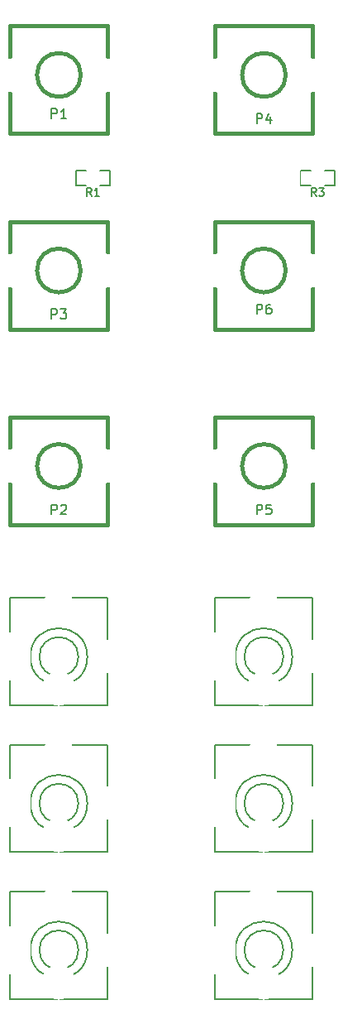
<source format=gto>
%FSLAX46Y46*%
G04 Gerber Fmt 4.6, Leading zero omitted, Abs format (unit mm)*
G04 Created by KiCad (PCBNEW (2014-09-02 BZR 5112)-product) date 2015-04-07 11:50:48 AM*
%MOMM*%
G01*
G04 APERTURE LIST*
%ADD10C,0.150000*%
%ADD11C,0.127000*%
%ADD12C,0.381000*%
%ADD13C,0.152400*%
%ADD14R,1.143000X1.397000*%
%ADD15O,3.500000X5.000000*%
%ADD16O,2.000000X3.500000*%
%ADD17O,3.500000X3.500000*%
%ADD18R,1.998980X1.998980*%
%ADD19C,1.998980*%
%ADD20O,2.500000X3.500000*%
%ADD21C,1.750000*%
%ADD22R,1.400000X1.400000*%
%ADD23C,1.400000*%
G04 APERTURE END LIST*
D10*
D11*
X240211200Y-121738000D02*
X241227200Y-121738000D01*
X241227200Y-121738000D02*
X241227200Y-123262000D01*
X241227200Y-123262000D02*
X240211200Y-123262000D01*
X238788800Y-123262000D02*
X237772800Y-123262000D01*
X237772800Y-123262000D02*
X237772800Y-121738000D01*
X237772800Y-121738000D02*
X238788800Y-121738000D01*
X217211200Y-121738000D02*
X218227200Y-121738000D01*
X218227200Y-121738000D02*
X218227200Y-123262000D01*
X218227200Y-123262000D02*
X217211200Y-123262000D01*
X215788800Y-123262000D02*
X214772800Y-123262000D01*
X214772800Y-123262000D02*
X214772800Y-121738000D01*
X214772800Y-121738000D02*
X215788800Y-121738000D01*
D10*
X236915476Y-186500000D02*
G75*
G03X236915476Y-186500000I-2915476J0D01*
G74*
G01*
X239000000Y-191500000D02*
X229000000Y-191500000D01*
X229000000Y-191500000D02*
X229000000Y-180500000D01*
X229000000Y-180500000D02*
X239000000Y-180500000D01*
X239000000Y-180500000D02*
X239000000Y-191500000D01*
X236000000Y-186500000D02*
G75*
G03X236000000Y-186500000I-2000000J0D01*
G74*
G01*
X215915476Y-186500000D02*
G75*
G03X215915476Y-186500000I-2915476J0D01*
G74*
G01*
X218000000Y-191500000D02*
X208000000Y-191500000D01*
X208000000Y-191500000D02*
X208000000Y-180500000D01*
X208000000Y-180500000D02*
X218000000Y-180500000D01*
X218000000Y-180500000D02*
X218000000Y-191500000D01*
X215000000Y-186500000D02*
G75*
G03X215000000Y-186500000I-2000000J0D01*
G74*
G01*
X236915476Y-201500000D02*
G75*
G03X236915476Y-201500000I-2915476J0D01*
G74*
G01*
X239000000Y-206500000D02*
X229000000Y-206500000D01*
X229000000Y-206500000D02*
X229000000Y-195500000D01*
X229000000Y-195500000D02*
X239000000Y-195500000D01*
X239000000Y-195500000D02*
X239000000Y-206500000D01*
X236000000Y-201500000D02*
G75*
G03X236000000Y-201500000I-2000000J0D01*
G74*
G01*
X215915476Y-201500000D02*
G75*
G03X215915476Y-201500000I-2915476J0D01*
G74*
G01*
X218000000Y-206500000D02*
X208000000Y-206500000D01*
X208000000Y-206500000D02*
X208000000Y-195500000D01*
X208000000Y-195500000D02*
X218000000Y-195500000D01*
X218000000Y-195500000D02*
X218000000Y-206500000D01*
X215000000Y-201500000D02*
G75*
G03X215000000Y-201500000I-2000000J0D01*
G74*
G01*
X215915476Y-171500000D02*
G75*
G03X215915476Y-171500000I-2915476J0D01*
G74*
G01*
X218000000Y-176500000D02*
X208000000Y-176500000D01*
X208000000Y-176500000D02*
X208000000Y-165500000D01*
X208000000Y-165500000D02*
X218000000Y-165500000D01*
X218000000Y-165500000D02*
X218000000Y-176500000D01*
X215000000Y-171500000D02*
G75*
G03X215000000Y-171500000I-2000000J0D01*
G74*
G01*
X236915476Y-171500000D02*
G75*
G03X236915476Y-171500000I-2915476J0D01*
G74*
G01*
X239000000Y-176500000D02*
X229000000Y-176500000D01*
X229000000Y-176500000D02*
X229000000Y-165500000D01*
X229000000Y-165500000D02*
X239000000Y-165500000D01*
X239000000Y-165500000D02*
X239000000Y-176500000D01*
X236000000Y-171500000D02*
G75*
G03X236000000Y-171500000I-2000000J0D01*
G74*
G01*
D12*
X236236068Y-152000000D02*
G75*
G03X236236068Y-152000000I-2236068J0D01*
G74*
G01*
X229000000Y-152000000D02*
X229000000Y-147000000D01*
X229000000Y-147000000D02*
X239000000Y-147000000D01*
X239000000Y-147000000D02*
X239000000Y-158000000D01*
X239000000Y-158000000D02*
X229000000Y-158000000D01*
X229000000Y-158000000D02*
X229000000Y-152000000D01*
X215236068Y-112000000D02*
G75*
G03X215236068Y-112000000I-2236068J0D01*
G74*
G01*
X208000000Y-112000000D02*
X208000000Y-107000000D01*
X208000000Y-107000000D02*
X218000000Y-107000000D01*
X218000000Y-107000000D02*
X218000000Y-118000000D01*
X218000000Y-118000000D02*
X208000000Y-118000000D01*
X208000000Y-118000000D02*
X208000000Y-112000000D01*
X215236068Y-132000000D02*
G75*
G03X215236068Y-132000000I-2236068J0D01*
G74*
G01*
X208000000Y-132000000D02*
X208000000Y-127000000D01*
X208000000Y-127000000D02*
X218000000Y-127000000D01*
X218000000Y-127000000D02*
X218000000Y-138000000D01*
X218000000Y-138000000D02*
X208000000Y-138000000D01*
X208000000Y-138000000D02*
X208000000Y-132000000D01*
X215236068Y-152000000D02*
G75*
G03X215236068Y-152000000I-2236068J0D01*
G74*
G01*
X208000000Y-152000000D02*
X208000000Y-147000000D01*
X208000000Y-147000000D02*
X218000000Y-147000000D01*
X218000000Y-147000000D02*
X218000000Y-158000000D01*
X218000000Y-158000000D02*
X208000000Y-158000000D01*
X208000000Y-158000000D02*
X208000000Y-152000000D01*
X236236068Y-132000000D02*
G75*
G03X236236068Y-132000000I-2236068J0D01*
G74*
G01*
X229000000Y-132000000D02*
X229000000Y-127000000D01*
X229000000Y-127000000D02*
X239000000Y-127000000D01*
X239000000Y-127000000D02*
X239000000Y-138000000D01*
X239000000Y-138000000D02*
X229000000Y-138000000D01*
X229000000Y-138000000D02*
X229000000Y-132000000D01*
X236236068Y-112000000D02*
G75*
G03X236236068Y-112000000I-2236068J0D01*
G74*
G01*
X229000000Y-112000000D02*
X229000000Y-107000000D01*
X229000000Y-107000000D02*
X239000000Y-107000000D01*
X239000000Y-107000000D02*
X239000000Y-118000000D01*
X239000000Y-118000000D02*
X229000000Y-118000000D01*
X229000000Y-118000000D02*
X229000000Y-112000000D01*
D13*
X239364534Y-124367695D02*
X239093601Y-123980648D01*
X238900077Y-124367695D02*
X238900077Y-123554895D01*
X239209715Y-123554895D01*
X239287124Y-123593600D01*
X239325829Y-123632305D01*
X239364534Y-123709714D01*
X239364534Y-123825829D01*
X239325829Y-123903238D01*
X239287124Y-123941943D01*
X239209715Y-123980648D01*
X238900077Y-123980648D01*
X239635467Y-123554895D02*
X240138629Y-123554895D01*
X239867696Y-123864533D01*
X239983810Y-123864533D01*
X240061220Y-123903238D01*
X240099924Y-123941943D01*
X240138629Y-124019352D01*
X240138629Y-124212876D01*
X240099924Y-124290286D01*
X240061220Y-124328990D01*
X239983810Y-124367695D01*
X239751582Y-124367695D01*
X239674172Y-124328990D01*
X239635467Y-124290286D01*
X216364534Y-124367695D02*
X216093601Y-123980648D01*
X215900077Y-124367695D02*
X215900077Y-123554895D01*
X216209715Y-123554895D01*
X216287124Y-123593600D01*
X216325829Y-123632305D01*
X216364534Y-123709714D01*
X216364534Y-123825829D01*
X216325829Y-123903238D01*
X216287124Y-123941943D01*
X216209715Y-123980648D01*
X215900077Y-123980648D01*
X217138629Y-124367695D02*
X216674172Y-124367695D01*
X216906401Y-124367695D02*
X216906401Y-123554895D01*
X216828991Y-123671010D01*
X216751582Y-123748419D01*
X216674172Y-123787124D01*
D10*
X233261905Y-156952381D02*
X233261905Y-155952381D01*
X233642858Y-155952381D01*
X233738096Y-156000000D01*
X233785715Y-156047619D01*
X233833334Y-156142857D01*
X233833334Y-156285714D01*
X233785715Y-156380952D01*
X233738096Y-156428571D01*
X233642858Y-156476190D01*
X233261905Y-156476190D01*
X234738096Y-155952381D02*
X234261905Y-155952381D01*
X234214286Y-156428571D01*
X234261905Y-156380952D01*
X234357143Y-156333333D01*
X234595239Y-156333333D01*
X234690477Y-156380952D01*
X234738096Y-156428571D01*
X234785715Y-156523810D01*
X234785715Y-156761905D01*
X234738096Y-156857143D01*
X234690477Y-156904762D01*
X234595239Y-156952381D01*
X234357143Y-156952381D01*
X234261905Y-156904762D01*
X234214286Y-156857143D01*
X212261905Y-116452381D02*
X212261905Y-115452381D01*
X212642858Y-115452381D01*
X212738096Y-115500000D01*
X212785715Y-115547619D01*
X212833334Y-115642857D01*
X212833334Y-115785714D01*
X212785715Y-115880952D01*
X212738096Y-115928571D01*
X212642858Y-115976190D01*
X212261905Y-115976190D01*
X213785715Y-116452381D02*
X213214286Y-116452381D01*
X213500000Y-116452381D02*
X213500000Y-115452381D01*
X213404762Y-115595238D01*
X213309524Y-115690476D01*
X213214286Y-115738095D01*
X212261905Y-136952381D02*
X212261905Y-135952381D01*
X212642858Y-135952381D01*
X212738096Y-136000000D01*
X212785715Y-136047619D01*
X212833334Y-136142857D01*
X212833334Y-136285714D01*
X212785715Y-136380952D01*
X212738096Y-136428571D01*
X212642858Y-136476190D01*
X212261905Y-136476190D01*
X213166667Y-135952381D02*
X213785715Y-135952381D01*
X213452381Y-136333333D01*
X213595239Y-136333333D01*
X213690477Y-136380952D01*
X213738096Y-136428571D01*
X213785715Y-136523810D01*
X213785715Y-136761905D01*
X213738096Y-136857143D01*
X213690477Y-136904762D01*
X213595239Y-136952381D01*
X213309524Y-136952381D01*
X213214286Y-136904762D01*
X213166667Y-136857143D01*
X212261905Y-156952381D02*
X212261905Y-155952381D01*
X212642858Y-155952381D01*
X212738096Y-156000000D01*
X212785715Y-156047619D01*
X212833334Y-156142857D01*
X212833334Y-156285714D01*
X212785715Y-156380952D01*
X212738096Y-156428571D01*
X212642858Y-156476190D01*
X212261905Y-156476190D01*
X213214286Y-156047619D02*
X213261905Y-156000000D01*
X213357143Y-155952381D01*
X213595239Y-155952381D01*
X213690477Y-156000000D01*
X213738096Y-156047619D01*
X213785715Y-156142857D01*
X213785715Y-156238095D01*
X213738096Y-156380952D01*
X213166667Y-156952381D01*
X213785715Y-156952381D01*
X233261905Y-136452381D02*
X233261905Y-135452381D01*
X233642858Y-135452381D01*
X233738096Y-135500000D01*
X233785715Y-135547619D01*
X233833334Y-135642857D01*
X233833334Y-135785714D01*
X233785715Y-135880952D01*
X233738096Y-135928571D01*
X233642858Y-135976190D01*
X233261905Y-135976190D01*
X234690477Y-135452381D02*
X234500000Y-135452381D01*
X234404762Y-135500000D01*
X234357143Y-135547619D01*
X234261905Y-135690476D01*
X234214286Y-135880952D01*
X234214286Y-136261905D01*
X234261905Y-136357143D01*
X234309524Y-136404762D01*
X234404762Y-136452381D01*
X234595239Y-136452381D01*
X234690477Y-136404762D01*
X234738096Y-136357143D01*
X234785715Y-136261905D01*
X234785715Y-136023810D01*
X234738096Y-135928571D01*
X234690477Y-135880952D01*
X234595239Y-135833333D01*
X234404762Y-135833333D01*
X234309524Y-135880952D01*
X234261905Y-135928571D01*
X234214286Y-136023810D01*
X233261905Y-116952381D02*
X233261905Y-115952381D01*
X233642858Y-115952381D01*
X233738096Y-116000000D01*
X233785715Y-116047619D01*
X233833334Y-116142857D01*
X233833334Y-116285714D01*
X233785715Y-116380952D01*
X233738096Y-116428571D01*
X233642858Y-116476190D01*
X233261905Y-116476190D01*
X234690477Y-116285714D02*
X234690477Y-116952381D01*
X234452381Y-115904762D02*
X234214286Y-116619048D01*
X234833334Y-116619048D01*
%LPC*%
D14*
X240579500Y-122500000D03*
X238420500Y-122500000D03*
X217579500Y-122500000D03*
X215420500Y-122500000D03*
D15*
X229300000Y-186500000D03*
D16*
X238700000Y-186500000D03*
D17*
X234000000Y-181600000D03*
X234000000Y-189800000D03*
D15*
X208300000Y-186500000D03*
D16*
X217700000Y-186500000D03*
D17*
X213000000Y-181600000D03*
X213000000Y-189800000D03*
D15*
X229300000Y-201500000D03*
D16*
X238700000Y-201500000D03*
D17*
X234000000Y-196600000D03*
X234000000Y-204800000D03*
D15*
X208300000Y-201500000D03*
D16*
X217700000Y-201500000D03*
D17*
X213000000Y-196600000D03*
X213000000Y-204800000D03*
D15*
X208300000Y-171500000D03*
D16*
X217700000Y-171500000D03*
D17*
X213000000Y-166600000D03*
X213000000Y-174800000D03*
D15*
X229300000Y-171500000D03*
D16*
X238700000Y-171500000D03*
D17*
X234000000Y-166600000D03*
X234000000Y-174800000D03*
D18*
X224000000Y-177970000D03*
D19*
X224000000Y-175430000D03*
X224000000Y-172890000D03*
X224000000Y-170350000D03*
X224000000Y-167810000D03*
X224000000Y-165270000D03*
X224000000Y-162730000D03*
X224000000Y-160190000D03*
X224000000Y-157650000D03*
X224000000Y-155110000D03*
X224000000Y-152570000D03*
X224000000Y-150030000D03*
X224770000Y-123040000D03*
X224770000Y-120500000D03*
X224770000Y-125580000D03*
X224770000Y-117960000D03*
D18*
X224770000Y-115420000D03*
D19*
X222230000Y-115420000D03*
X222230000Y-117960000D03*
X222230000Y-120500000D03*
X222230000Y-123040000D03*
X222230000Y-125580000D03*
D20*
X238800000Y-152000000D03*
X229200000Y-152000000D03*
D21*
X236500000Y-159500000D03*
X234000000Y-159500000D03*
X231500000Y-159500000D03*
D20*
X217800000Y-112000000D03*
X208200000Y-112000000D03*
D21*
X215500000Y-119500000D03*
X213000000Y-119500000D03*
X210500000Y-119500000D03*
D20*
X217800000Y-132000000D03*
X208200000Y-132000000D03*
D21*
X215500000Y-139500000D03*
X213000000Y-139500000D03*
X210500000Y-139500000D03*
D20*
X217800000Y-152000000D03*
X208200000Y-152000000D03*
D21*
X215500000Y-159500000D03*
X213000000Y-159500000D03*
X210500000Y-159500000D03*
D20*
X238800000Y-132000000D03*
X229200000Y-132000000D03*
D21*
X236500000Y-139500000D03*
X234000000Y-139500000D03*
X231500000Y-139500000D03*
D20*
X238800000Y-112000000D03*
X229200000Y-112000000D03*
D21*
X236500000Y-119500000D03*
X234000000Y-119500000D03*
X231500000Y-119500000D03*
D22*
X224500000Y-110500000D03*
D23*
X222500000Y-110500000D03*
D22*
X224500000Y-131000000D03*
D23*
X222500000Y-131000000D03*
M02*

</source>
